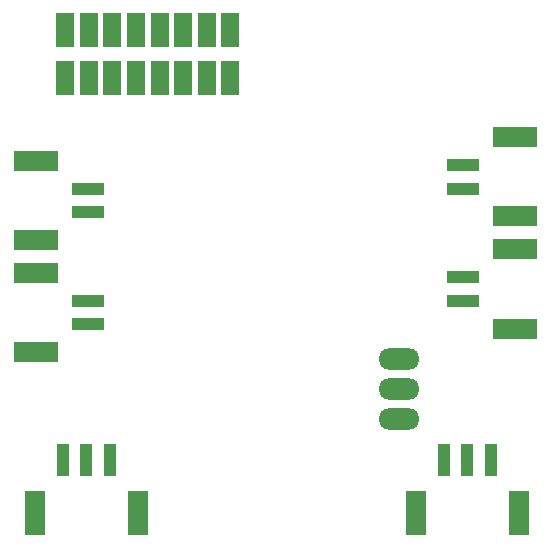
<source format=gbr>
G04 #@! TF.GenerationSoftware,KiCad,Pcbnew,(5.1.8)-1*
G04 #@! TF.CreationDate,2021-03-01T00:16:04-08:00*
G04 #@! TF.ProjectId,UAS,5541532e-6b69-4636-9164-5f7063625858,1*
G04 #@! TF.SameCoordinates,Original*
G04 #@! TF.FileFunction,Paste,Bot*
G04 #@! TF.FilePolarity,Positive*
%FSLAX46Y46*%
G04 Gerber Fmt 4.6, Leading zero omitted, Abs format (unit mm)*
G04 Created by KiCad (PCBNEW (5.1.8)-1) date 2021-03-01 00:16:04*
%MOMM*%
%LPD*%
G01*
G04 APERTURE LIST*
%ADD10R,1.000000X2.700000*%
%ADD11R,1.800000X3.800000*%
%ADD12O,3.500000X1.800000*%
%ADD13R,1.500000X3.000000*%
%ADD14R,2.700000X1.000000*%
%ADD15R,3.800000X1.800000*%
G04 APERTURE END LIST*
D10*
X124750000Y-111950000D03*
X126750000Y-111950000D03*
X128750000Y-111950000D03*
D11*
X122400000Y-116500000D03*
X131100000Y-116500000D03*
D10*
X157000000Y-111950000D03*
X159000000Y-111950000D03*
X161000000Y-111950000D03*
D11*
X154650000Y-116500000D03*
X163350000Y-116500000D03*
D12*
X153210000Y-103460000D03*
X153210000Y-106000000D03*
X153210000Y-108540000D03*
D13*
X124950000Y-79600000D03*
X124950000Y-75600000D03*
X126950000Y-79600000D03*
X126950000Y-75600000D03*
X128950000Y-79600000D03*
X128950000Y-75600000D03*
X130950000Y-79600000D03*
X130950000Y-75600000D03*
X132950000Y-79600000D03*
X132950000Y-75600000D03*
X134950000Y-79600000D03*
X134950000Y-75600000D03*
X136950000Y-79600000D03*
X136950000Y-75600000D03*
X138950000Y-79600000D03*
X138950000Y-75600000D03*
D14*
X126900000Y-91000000D03*
X126900000Y-89000000D03*
D15*
X122450000Y-86650000D03*
X122450000Y-93350000D03*
D14*
X126900000Y-100500000D03*
X126900000Y-98500000D03*
D15*
X122450000Y-96150000D03*
X122450000Y-102850000D03*
D14*
X158600000Y-96500000D03*
X158600000Y-98500000D03*
D15*
X163050000Y-100850000D03*
X163050000Y-94150000D03*
D14*
X158600000Y-87000000D03*
X158600000Y-89000000D03*
D15*
X163050000Y-91350000D03*
X163050000Y-84650000D03*
M02*

</source>
